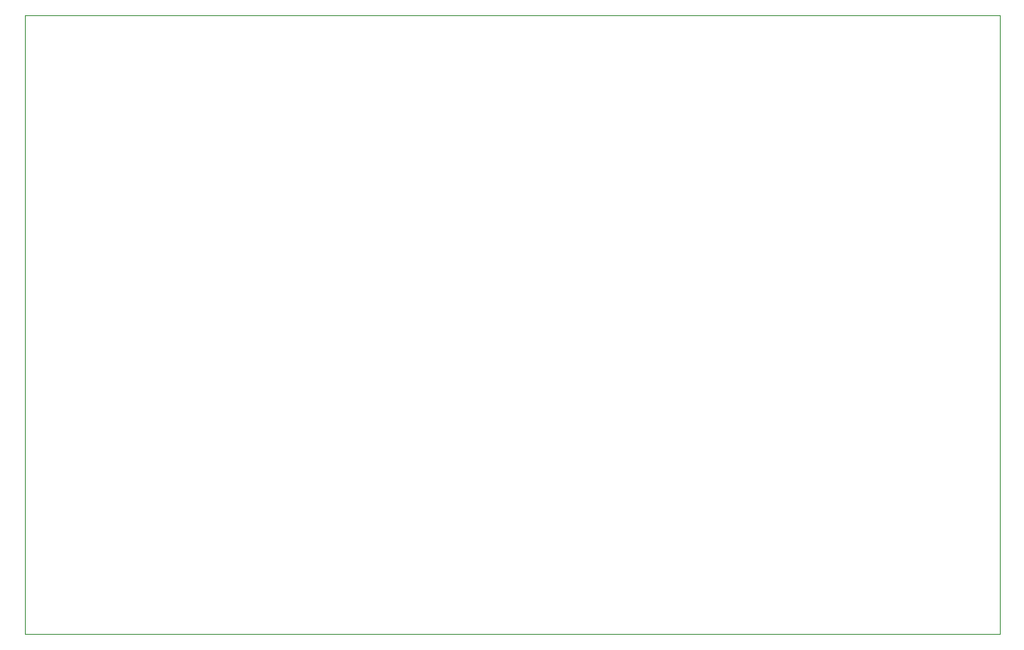
<source format=gbr>
%TF.GenerationSoftware,KiCad,Pcbnew,7.0.1*%
%TF.CreationDate,2023-06-06T13:02:27-04:00*%
%TF.ProjectId,nixie,6e697869-652e-46b6-9963-61645f706362,rev?*%
%TF.SameCoordinates,Original*%
%TF.FileFunction,Profile,NP*%
%FSLAX46Y46*%
G04 Gerber Fmt 4.6, Leading zero omitted, Abs format (unit mm)*
G04 Created by KiCad (PCBNEW 7.0.1) date 2023-06-06 13:02:27*
%MOMM*%
%LPD*%
G01*
G04 APERTURE LIST*
%TA.AperFunction,Profile*%
%ADD10C,0.050000*%
%TD*%
G04 APERTURE END LIST*
D10*
X199136100Y-142240000D02*
X199136100Y-77005100D01*
X96520000Y-142240000D02*
X199136100Y-142240000D01*
X199136100Y-77005100D02*
X96520000Y-77005100D01*
X96520000Y-77005100D02*
X96520000Y-142240000D01*
M02*

</source>
